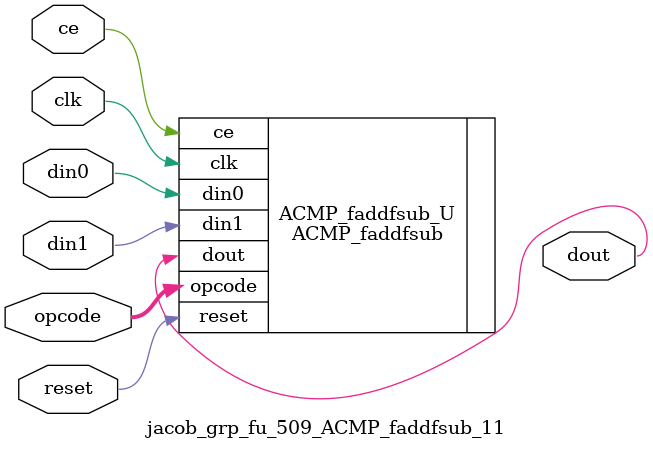
<source format=v>

`timescale 1 ns / 1 ps
module jacob_grp_fu_509_ACMP_faddfsub_11(
    clk,
    reset,
    ce,
    din0,
    din1,
    opcode,
    dout);

parameter ID = 32'd1;
parameter NUM_STAGE = 32'd1;
parameter din0_WIDTH = 32'd1;
parameter din1_WIDTH = 32'd1;
parameter dout_WIDTH = 32'd1;
input clk;
input reset;
input ce;
input[din0_WIDTH - 1:0] din0;
input[din1_WIDTH - 1:0] din1;
input[2 - 1:0] opcode;
output[dout_WIDTH - 1:0] dout;



ACMP_faddfsub #(
.ID( ID ),
.NUM_STAGE( 5 ),
.din0_WIDTH( din0_WIDTH ),
.din1_WIDTH( din1_WIDTH ),
.dout_WIDTH( dout_WIDTH ))
ACMP_faddfsub_U(
    .clk( clk ),
    .reset( reset ),
    .ce( ce ),
    .din0( din0 ),
    .din1( din1 ),
    .dout( dout ),
    .opcode( opcode ));

endmodule

</source>
